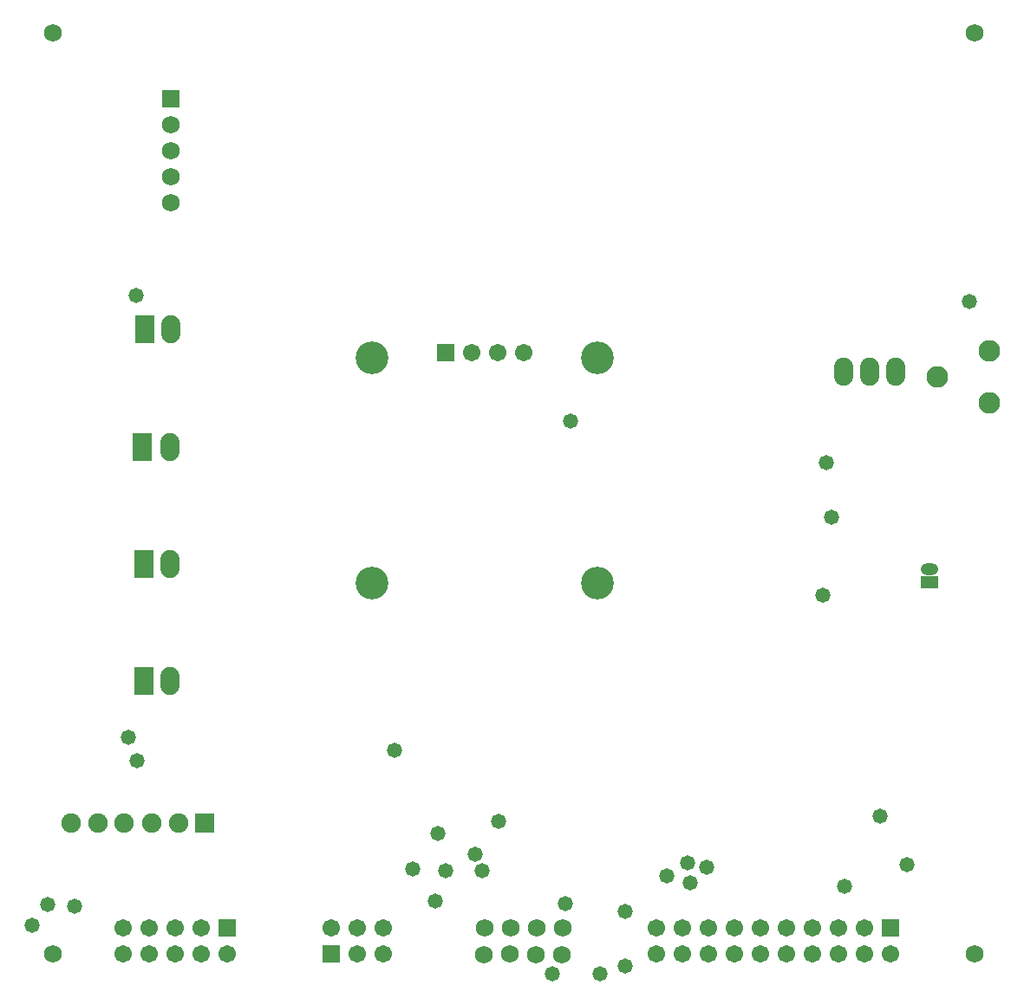
<source format=gbs>
G04*
G04 #@! TF.GenerationSoftware,Altium Limited,Altium Designer,21.3.2 (30)*
G04*
G04 Layer_Color=16711935*
%FSTAX44Y44*%
%MOMM*%
G71*
G04*
G04 #@! TF.SameCoordinates,BAFF9CCB-06E3-4415-8BD8-540CAB7B7E79*
G04*
G04*
G04 #@! TF.FilePolarity,Negative*
G04*
G01*
G75*
%ADD35R,1.7272X1.7272*%
%ADD36C,1.7272*%
%ADD37R,1.7032X1.7032*%
%ADD38C,1.7032*%
%ADD39C,1.9032*%
%ADD40R,1.9032X1.9032*%
%ADD41R,1.7032X1.2032*%
%ADD42O,1.7032X1.2032*%
%ADD43O,1.8542X2.7432*%
%ADD44R,1.8542X2.7432*%
%ADD45O,1.8796X2.7432*%
%ADD46C,2.1082*%
%ADD47R,1.7112X1.7112*%
%ADD48C,1.7112*%
%ADD49C,3.2032*%
%ADD50C,1.4732*%
D35*
X001651Y0088519D02*
D03*
D36*
Y0085979D02*
D03*
Y0083439D02*
D03*
Y0080899D02*
D03*
Y0078359D02*
D03*
X00546862Y00049165D02*
D03*
X00521462D02*
D03*
X00496189Y00049546D02*
D03*
X00470662Y00049165D02*
D03*
X00470916Y00075327D02*
D03*
X0049657Y00074819D02*
D03*
X00521716D02*
D03*
X00547116D02*
D03*
X0005Y0095D02*
D03*
X0095D02*
D03*
Y0005D02*
D03*
X0005D02*
D03*
D37*
X0086741Y0007493D02*
D03*
X0021971D02*
D03*
X0032131Y0004953D02*
D03*
D38*
X0086741D02*
D03*
X0084201Y0007493D02*
D03*
Y0004953D02*
D03*
X0081661Y0007493D02*
D03*
Y0004953D02*
D03*
X0079121Y0007493D02*
D03*
Y0004953D02*
D03*
X0076581Y0007493D02*
D03*
Y0004953D02*
D03*
X0074041Y0007493D02*
D03*
Y0004953D02*
D03*
X0071501Y0007493D02*
D03*
Y0004953D02*
D03*
X0068961Y0007493D02*
D03*
Y0004953D02*
D03*
X0066421Y0007493D02*
D03*
Y0004953D02*
D03*
X0063881Y0007493D02*
D03*
Y0004953D02*
D03*
X0021971D02*
D03*
X0019431Y0007493D02*
D03*
Y0004953D02*
D03*
X0016891Y0007493D02*
D03*
Y0004953D02*
D03*
X0014351Y0007493D02*
D03*
Y0004953D02*
D03*
X0011811Y0007493D02*
D03*
Y0004953D02*
D03*
X0032131Y0007493D02*
D03*
X0034671Y0004953D02*
D03*
Y0007493D02*
D03*
X0037211Y0004953D02*
D03*
Y0007493D02*
D03*
D39*
X0006731Y001778D02*
D03*
X0009398D02*
D03*
X0011938D02*
D03*
X0014605D02*
D03*
X0017272D02*
D03*
D40*
X0019812D02*
D03*
D41*
X0090551Y0041275D02*
D03*
D42*
Y0042545D02*
D03*
D43*
X001651Y006604D02*
D03*
X0016383Y0031623D02*
D03*
Y0043053D02*
D03*
Y0054483D02*
D03*
D44*
X001397Y006604D02*
D03*
X0013843Y0031623D02*
D03*
Y0043053D02*
D03*
X0013716Y0054483D02*
D03*
D45*
X0082169Y00618598D02*
D03*
X0084709D02*
D03*
X0087249D02*
D03*
D46*
X0096393Y0058801D02*
D03*
X0091313Y0061341D02*
D03*
X0096393Y0063881D02*
D03*
D47*
X0043307Y0063697D02*
D03*
D48*
X0045847D02*
D03*
X0048387D02*
D03*
X0050927D02*
D03*
D49*
X0036117Y0063197D02*
D03*
X0058117D02*
D03*
Y0041197D02*
D03*
X0036117D02*
D03*
D50*
X005842Y0003048D02*
D03*
X0002921Y0007747D02*
D03*
X0004445Y0009779D02*
D03*
X0042291Y001016D02*
D03*
X0040103Y00132276D02*
D03*
X0042545Y0016764D02*
D03*
X0043307Y0013081D02*
D03*
X0046228Y0014732D02*
D03*
X0053721Y0003048D02*
D03*
X0054991Y0009906D02*
D03*
X0048514Y0017907D02*
D03*
X0046863Y0013081D02*
D03*
X0060819Y00091302D02*
D03*
X0060833Y000381D02*
D03*
X0085725Y0018415D02*
D03*
X0055499Y0057023D02*
D03*
X0081026Y0047625D02*
D03*
X0082296Y0011557D02*
D03*
X0088392Y0013716D02*
D03*
X0012319Y0026162D02*
D03*
X0013208Y0023876D02*
D03*
X0038354Y0024892D02*
D03*
X0013081Y0069342D02*
D03*
X0007112Y0009652D02*
D03*
X0094488Y0068707D02*
D03*
X0068834Y0013462D02*
D03*
X0066929Y0013843D02*
D03*
X0067183Y0011938D02*
D03*
X0064897Y0012573D02*
D03*
X0080518Y0052959D02*
D03*
X0080137Y0040005D02*
D03*
M02*

</source>
